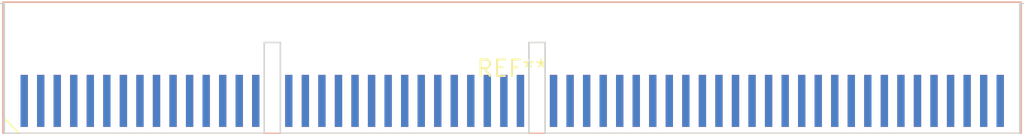
<source format=kicad_pcb>
(kicad_pcb (version 20240108) (generator pcbnew)
  (layers (0 "F.Cu" signal) (31 "B.Cu" signal) (34 "B.Paste" user) (35 "F.Paste" user) (36 "B.SilkS" user "B.Silkscreen") (37 "F.SilkS" user "F.Silkscreen") (38 "B.Mask" user) (39 "F.Mask" user) (44 "Edge.Cuts" user))
  (net 0 "")
  (footprint "Samtec_MECF-60-0_-L-DV_2x60_P1.27mm_Polarized_Edge" (layer "F.Cu") (at 0 0)
    (property "Reference" "REF**")
    (property "Value" "Samtec_MECF-60-0_-L-DV_2x60_P1.27mm_Polarized_Edge")
    (fp_line (start -39.09 -5.11) (end 39.09 -5.11) (layer "B.SilkS") (stroke (width 0.12)))
    (fp_line (start -39.09 5) (end -39.09 -5.11) (layer "B.SilkS") (stroke (width 0.12)))
    (fp_line (start -39.09 5) (end 39.09 5) (layer "B.SilkS") (stroke (width 0.12)))
    (fp_line (start 39.09 5) (end 39.09 -5.11) (layer "B.SilkS") (stroke (width 0.12)))
    (fp_line (start -39.09 -5.11) (end 39.09 -5.11) (layer "F.SilkS") (stroke (width 0.12)))
    (fp_line (start -39.09 3.73) (end -39.09 -5.11) (layer "F.SilkS") (stroke (width 0.12)))
    (fp_line (start -37.82 5) (end -39.09 3.73) (layer "F.SilkS") (stroke (width 0.12)))
    (fp_line (start -37.82 5) (end 39.09 5) (layer "F.SilkS") (stroke (width 0.12)))
    (fp_line (start 39.09 5) (end 39.09 -5.11) (layer "F.SilkS") (stroke (width 0.12)))
    (fp_line (start -39.25 -5) (end -38.975 -5) (layer "Edge.Cuts") (stroke (width 0.12)))
    (fp_line (start -38.975 5) (end -38.975 -5) (layer "Edge.Cuts") (stroke (width 0.12)))
    (fp_line (start -38.975 5) (end -19.025 5) (layer "Edge.Cuts") (stroke (width 0.12)))
    (fp_line (start -19.025 -2) (end -17.785 -2) (layer "Edge.Cuts") (stroke (width 0.12)))
    (fp_line (start -19.025 5) (end -19.025 -2) (layer "Edge.Cuts") (stroke (width 0.12)))
    (fp_line (start -17.785 5) (end -17.785 -2) (layer "Edge.Cuts") (stroke (width 0.12)))
    (fp_line (start -17.785 5) (end 1.295 5) (layer "Edge.Cuts") (stroke (width 0.12)))
    (fp_line (start 1.295 -2) (end 2.535 -2) (layer "Edge.Cuts") (stroke (width 0.12)))
    (fp_line (start 1.295 5) (end 1.295 -2) (layer "Edge.Cuts") (stroke (width 0.12)))
    (fp_line (start 2.535 5) (end 2.535 -2) (layer "Edge.Cuts") (stroke (width 0.12)))
    (fp_line (start 2.535 5) (end 38.975 5) (layer "Edge.Cuts") (stroke (width 0.12)))
    (fp_line (start 38.975 5) (end 38.975 -5) (layer "Edge.Cuts") (stroke (width 0.12)))
    (fp_line (start 39.25 -5) (end 38.975 -5) (layer "Edge.Cuts") (stroke (width 0.12)))
    (pad "1" connect rect (at -37.455 2.5) (size 0.56 4) (layers "F.Cu" "F.Mask"))
    (pad "2" connect rect (at -37.455 2.5) (size 0.56 4) (layers "B.Cu" "B.Mask"))
    (pad "3" connect rect (at -36.185 2.5) (size 0.56 4) (layers "F.Cu" "F.Mask"))
    (pad "4" connect rect (at -36.185 2.5) (size 0.56 4) (layers "B.Cu" "B.Mask"))
    (pad "5" connect rect (at -34.915 2.5) (size 0.56 4) (layers "F.Cu" "F.Mask"))
    (pad "6" connect rect (at -34.915 2.5) (size 0.56 4) (layers "B.Cu" "B.Mask"))
    (pad "7" connect rect (at -33.645 2.5) (size 0.56 4) (layers "F.Cu" "F.Mask"))
    (pad "8" connect rect (at -33.645 2.5) (size 0.56 4) (layers "B.Cu" "B.Mask"))
    (pad "9" connect rect (at -32.375 2.5) (size 0.56 4) (layers "F.Cu" "F.Mask"))
    (pad "10" connect rect (at -32.375 2.5) (size 0.56 4) (layers "B.Cu" "B.Mask"))
    (pad "11" connect rect (at -31.105 2.5) (size 0.56 4) (layers "F.Cu" "F.Mask"))
    (pad "12" connect rect (at -31.105 2.5) (size 0.56 4) (layers "B.Cu" "B.Mask"))
    (pad "13" connect rect (at -29.835 2.5) (size 0.56 4) (layers "F.Cu" "F.Mask"))
    (pad "14" connect rect (at -29.835 2.5) (size 0.56 4) (layers "B.Cu" "B.Mask"))
    (pad "15" connect rect (at -28.565 2.5) (size 0.56 4) (layers "F.Cu" "F.Mask"))
    (pad "16" connect rect (at -28.565 2.5) (size 0.56 4) (layers "B.Cu" "B.Mask"))
    (pad "17" connect rect (at -27.295 2.5) (size 0.56 4) (layers "F.Cu" "F.Mask"))
    (pad "18" connect rect (at -27.295 2.5) (size 0.56 4) (layers "B.Cu" "B.Mask"))
    (pad "19" connect rect (at -26.025 2.5) (size 0.56 4) (layers "F.Cu" "F.Mask"))
    (pad "20" connect rect (at -26.025 2.5) (size 0.56 4) (layers "B.Cu" "B.Mask"))
    (pad "21" connect rect (at -24.755 2.5) (size 0.56 4) (layers "F.Cu" "F.Mask"))
    (pad "22" connect rect (at -24.755 2.5) (size 0.56 4) (layers "B.Cu" "B.Mask"))
    (pad "23" connect rect (at -23.485 2.5) (size 0.56 4) (layers "F.Cu" "F.Mask"))
    (pad "24" connect rect (at -23.485 2.5) (size 0.56 4) (layers "B.Cu" "B.Mask"))
    (pad "25" connect rect (at -22.215 2.5) (size 0.56 4) (layers "F.Cu" "F.Mask"))
    (pad "26" connect rect (at -22.215 2.5) (size 0.56 4) (layers "B.Cu" "B.Mask"))
    (pad "27" connect rect (at -20.945 2.5) (size 0.56 4) (layers "F.Cu" "F.Mask"))
    (pad "28" connect rect (at -20.945 2.5) (size 0.56 4) (layers "B.Cu" "B.Mask"))
    (pad "29" connect rect (at -19.675 2.5) (size 0.56 4) (layers "F.Cu" "F.Mask"))
    (pad "30" connect rect (at -19.675 2.5) (size 0.56 4) (layers "B.Cu" "B.Mask"))
    (pad "33" connect rect (at -17.135 2.5) (size 0.56 4) (layers "F.Cu" "F.Mask"))
    (pad "34" connect rect (at -17.135 2.5) (size 0.56 4) (layers "B.Cu" "B.Mask"))
    (pad "35" connect rect (at -15.865 2.5) (size 0.56 4) (layers "F.Cu" "F.Mask"))
    (pad "36" connect rect (at -15.865 2.5) (size 0.56 4) (layers "B.Cu" "B.Mask"))
    (pad "37" connect rect (at -14.595 2.5) (size 0.56 4) (layers "F.Cu" "F.Mask"))
    (pad "38" connect rect (at -14.595 2.5) (size 0.56 4) (layers "B.Cu" "B.Mask"))
    (pad "39" connect rect (at -13.325 2.5) (size 0.56 4) (layers "F.Cu" "F.Mask"))
    (pad "40" connect rect (at -13.325 2.5) (size 0.56 4) (layers "B.Cu" "B.Mask"))
    (pad "41" connect rect (at -12.055 2.5) (size 0.56 4) (layers "F.Cu" "F.Mask"))
    (pad "42" connect rect (at -12.055 2.5) (size 0.56 4) (layers "B.Cu" "B.Mask"))
    (pad "43" connect rect (at -10.785 2.5) (size 0.56 4) (layers "F.Cu" "F.Mask"))
    (pad "44" connect rect (at -10.785 2.5) (size 0.56 4) (layers "B.Cu" "B.Mask"))
    (pad "45" connect rect (at -9.515 2.5) (size 0.56 4) (layers "F.Cu" "F.Mask"))
    (pad "46" connect rect (at -9.515 2.5) (size 0.56 4) (layers "B.Cu" "B.Mask"))
    (pad "47" connect rect (at -8.245 2.5) (size 0.56 4) (layers "F.Cu" "F.Mask"))
    (pad "48" connect rect (at -8.245 2.5) (size 0.56 4) (layers "B.Cu" "B.Mask"))
    (pad "49" connect rect (at -6.975 2.5) (size 0.56 4) (layers "F.Cu" "F.Mask"))
    (pad "50" connect rect (at -6.975 2.5) (size 0.56 4) (layers "B.Cu" "B.Mask"))
    (pad "51" connect rect (at -5.705 2.5) (size 0.56 4) (layers "F.Cu" "F.Mask"))
    (pad "52" connect rect (at -5.705 2.5) (size 0.56 4) (layers "B.Cu" "B.Mask"))
    (pad "53" connect rect (at -4.435 2.5) (size 0.56 4) (layers "F.Cu" "F.Mask"))
    (pad "54" connect rect (at -4.435 2.5) (size 0.56 4) (layers "B.Cu" "B.Mask"))
    (pad "55" connect rect (at -3.165 2.5) (size 0.56 4) (layers "F.Cu" "F.Mask"))
    (pad "56" connect rect (at -3.165 2.5) (size 0.56 4) (layers "B.Cu" "B.Mask"))
    (pad "57" connect rect (at -1.895 2.5) (size 0.56 4) (layers "F.Cu" "F.Mask"))
    (pad "58" connect rect (at -1.895 2.5) (size 0.56 4) (layers "B.Cu" "B.Mask"))
    (pad "59" connect rect (at -0.625 2.5) (size 0.56 4) (layers "F.Cu" "F.Mask"))
    (pad "60" connect rect (at -0.625 2.5) (size 0.56 4) (layers "B.Cu" "B.Mask"))
    (pad "61" connect rect (at 0.645 2.5) (size 0.56 4) (layers "F.Cu" "F.Mask"))
    (pad "62" connect rect (at 0.645 2.5) (size 0.56 4) (layers "B.Cu" "B.Mask"))
    (pad "65" connect rect (at 3.185 2.5) (size 0.56 4) (layers "F.Cu" "F.Mask"))
    (pad "66" connect rect (at 3.185 2.5) (size 0.56 4) (layers "B.Cu" "B.Mask"))
    (pad "67" connect rect (at 4.455 2.5) (size 0.56 4) (layers "F.Cu" "F.Mask"))
    (pad "68" connect rect (at 4.455 2.5) (size 0.56 4) (layers "B.Cu" "B.Mask"))
    (pad "69" connect rect (at 5.725 2.5) (size 0.56 4) (layers "F.Cu" "F.Mask"))
    (pad "70" connect rect (at 5.725 2.5) (size 0.56 4) (layers "B.Cu" "B.Mask"))
    (pad "71" connect rect (at 6.995 2.5) (size 0.56 4) (layers "F.Cu" "F.Mask"))
    (pad "72" connect rect (at 6.995 2.5) (size 0.56 4) (layers "B.Cu" "B.Mask"))
    (pad "73" connect rect (at 8.265 2.5) (size 0.56 4) (layers "F.Cu" "F.Mask"))
    (pad "74" connect rect (at 8.265 2.5) (size 0.56 4) (layers "B.Cu" "B.Mask"))
    (pad "75" connect rect (at 9.535 2.5) (size 0.56 4) (layers "F.Cu" "F.Mask"))
    (pad "76" connect rect (at 9.535 2.5) (size 0.56 4) (layers "B.Cu" "B.Mask"))
    (pad "77" connect rect (at 10.805 2.5) (size 0.56 4) (layers "F.Cu" "F.Mask"))
    (pad "78" connect rect (at 10.805 2.5) (size 0.56 4) (layers "B.Cu" "B.Mask"))
    (pad "79" connect rect (at 12.075 2.5) (size 0.56 4) (layers "F.Cu" "F.Mask"))
    (pad "80" connect rect (at 12.075 2.5) (size 0.56 4) (layers "B.Cu" "B.Mask"))
    (pad "81" connect rect (at 13.345 2.5) (size 0.56 4) (layers "F.Cu" "F.Mask"))
    (pad "82" connect rect (at 13.345 2.5) (size 0.56 4) (layers "B.Cu" "B.Mask"))
    (pad "83" connect rect (at 14.615 2.5) (size 0.56 4) (layers "F.Cu" "F.Mask"))
    (pad "84" connect rect (at 14.615 2.5) (size 0.56 4) (layers "B.Cu" "B.Mask"))
    (pad "85" connect rect (at 15.885 2.5) (size 0.56 4) (layers "F.Cu" "F.Mask"))
    (pad "86" connect rect (at 15.885 2.5) (size 0.56 4) (layers "B.Cu" "B.Mask"))
    (pad "87" connect rect (at 17.155 2.5) (size 0.56 4) (layers "F.Cu" "F.Mask"))
    (pad "88" connect rect (at 17.155 2.5) (size 0.56 4) (layers "B.Cu" "B.Mask"))
    (pad "89" connect rect (at 18.425 2.5) (size 0.56 4) (layers "F.Cu" "F.Mask"))
    (pad "90" connect rect (at 18.425 2.5) (size 0.56 4) (layers "B.Cu" "B.Mask"))
    (pad "91" connect rect (at 19.695 2.5) (size 0.56 4) (layers "F.Cu" "F.Mask"))
    (pad "92" connect rect (at 19.695 2.5) (size 0.56 4) (layers "B.Cu" "B.Mask"))
    (pad "93" connect rect (at 20.965 2.5) (size 0.56 4) (layers "F.Cu" "F.Mask"))
    (pad "94" connect rect (at 20.965 2.5) (size 0.56 4) (layers "B.Cu" "B.Mask"))
    (pad "95" connect rect (at 22.235 2.5) (size 0.56 4) (layers "F.Cu" "F.Mask"))
    (pad "96" connect rect (at 22.235 2.5) (size 0.56 4) (layers "B.Cu" "B.Mask"))
    (pad "97" connect rect (at 23.505 2.5) (size 0.56 4) (layers "F.Cu" "F.Mask"))
    (pad "98" connect rect (at 23.505 2.5) (size 0.56 4) (layers "B.Cu" "B.Mask"))
    (pad "99" connect rect (at 24.775 2.5) (size 0.56 4) (layers "F.Cu" "F.Mask"))
    (pad "100" connect rect (at 24.775 2.5) (size 0.56 4) (layers "B.Cu" "B.Mask"))
    (pad "101" connect rect (at 26.045 2.5) (size 0.56 4) (layers "F.Cu" "F.Mask"))
    (pad "102" connect rect (at 26.045 2.5) (size 0.56 4) (layers "B.Cu" "B.Mask"))
    (pad "103" connect rect (at 27.315 2.5) (size 0.56 4) (layers "F.Cu" "F.Mask"))
    (pad "104" connect rect (at 27.315 2.5) (size 0.56 4) (layers "B.Cu" "B.Mask"))
    (pad "105" connect rect (at 28.585 2.5) (size 0.56 4) (layers "F.Cu" "F.Mask"))
    (pad "106" connect rect (at 28.585 2.5) (size 0.56 4) (layers "B.Cu" "B.Mask"))
    (pad "107" connect rect (at 29.855 2.5) (size 0.56 4) (layers "F.Cu" "F.Mask"))
    (pad "108" connect rect (at 29.855 2.5) (size 0.56 4) (layers "B.Cu" "B.Mask"))
    (pad "109" connect rect (at 31.125 2.5) (size 0.56 4) (layers "F.Cu" "F.Mask"))
    (pad "110" connect rect (at 31.125 2.5) (size 0.56 4) (layers "B.Cu" "B.Mask"))
    (pad "111" connect rect (at 32.395 2.5) (size 0.56 4) (layers "F.Cu" "F.Mask"))
    (pad "112" connect rect (at 32.395 2.5) (size 0.56 4) (layers "B.Cu" "B.Mask"))
    (pad "113" connect rect (at 33.665 2.5) (size 0.56 4) (layers "F.Cu" "F.Mask"))
    (pad "114" connect rect (at 33.665 2.5) (size 0.56 4) (layers "B.Cu" "B.Mask"))
    (pad "115" connect rect (at 34.935 2.5) (size 0.56 4) (layers "F.Cu" "F.Mask"))
    (pad "116" connect rect (at 34.935 2.5) (size 0.56 4) (layers "B.Cu" "B.Mask"))
    (pad "117" connect rect (at 36.205 2.5) (size 0.56 4) (layers "F.Cu" "F.Mask"))
    (pad "118" connect rect (at 36.205 2.5) (size 0.56 4) (layers "B.Cu" "B.Mask"))
    (pad "119" connect rect (at 37.475 2.5) (size 0.56 4) (layers "F.Cu" "F.Mask"))
    (pad "120" connect rect (at 37.475 2.5) (size 0.56 4) (layers "B.Cu" "B.Mask"))
  )
)
</source>
